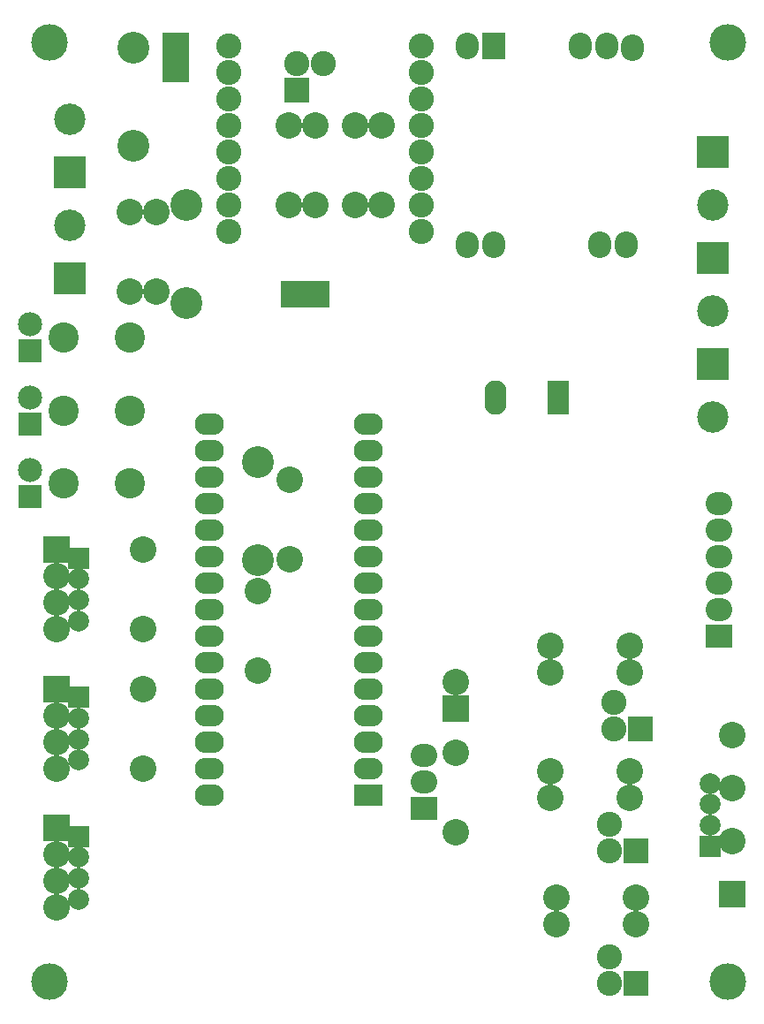
<source format=gts>
G04 #@! TF.FileFunction,Soldermask,Top*
%FSLAX46Y46*%
G04 Gerber Fmt 4.6, Leading zero omitted, Abs format (unit mm)*
G04 Created by KiCad (PCBNEW 4.0.4-stable) date 01/06/17 10:24:34*
%MOMM*%
%LPD*%
G01*
G04 APERTURE LIST*
%ADD10C,0.150000*%
%ADD11C,2.408000*%
%ADD12R,2.794000X2.082800*%
%ADD13O,2.794000X2.082800*%
%ADD14C,3.508000*%
%ADD15O,2.235200X2.540000*%
%ADD16R,2.235200X2.540000*%
%ADD17C,2.540000*%
%ADD18R,2.540000X2.540000*%
%ADD19C,3.048000*%
%ADD20R,3.007360X3.007360*%
%ADD21C,3.007360*%
%ADD22R,2.540000X2.235200*%
%ADD23O,2.540000X2.235200*%
%ADD24R,2.008000X2.008000*%
%ADD25C,2.008000*%
%ADD26C,2.908300*%
%ADD27R,2.308860X2.308860*%
%ADD28C,2.308860*%
%ADD29R,2.108000X3.308000*%
%ADD30O,2.108000X3.308000*%
%ADD31R,2.413000X2.413000*%
%ADD32C,2.413000*%
G04 APERTURE END LIST*
D10*
D11*
X40640000Y76835000D03*
X40640000Y79375000D03*
X40640000Y81915000D03*
X40640000Y84455000D03*
X40640000Y86995000D03*
X40640000Y89535000D03*
X40640000Y92075000D03*
X40640000Y94615000D03*
X22225000Y94615000D03*
X22225000Y92075000D03*
X22225000Y89535000D03*
X22225000Y86995000D03*
X22225000Y84455000D03*
X22225000Y81915000D03*
X22225000Y79375000D03*
X22225000Y76835000D03*
D12*
X35560000Y22860000D03*
D13*
X35560000Y25400000D03*
X35560000Y27940000D03*
X35560000Y30480000D03*
X35560000Y33020000D03*
X35560000Y35560000D03*
X35560000Y38100000D03*
X35560000Y40640000D03*
X35560000Y43180000D03*
X35560000Y45720000D03*
X35560000Y48260000D03*
X35560000Y50800000D03*
X35560000Y53340000D03*
X35560000Y55880000D03*
X35560000Y58420000D03*
X20320000Y58420000D03*
X20320000Y55880000D03*
X20320000Y53340000D03*
X20320000Y50800000D03*
X20320000Y48260000D03*
X20320000Y45720000D03*
X20320000Y43180000D03*
X20320000Y40640000D03*
X20320000Y38100000D03*
X20320000Y35560000D03*
X20320000Y33020000D03*
X20320000Y30480000D03*
X20320000Y27940000D03*
X20320000Y25400000D03*
X20320000Y22860000D03*
D14*
X70000000Y95000000D03*
X5000000Y95000000D03*
X5000000Y5000000D03*
X70000000Y5000000D03*
D15*
X58420000Y94615000D03*
D16*
X47625000Y94615000D03*
D15*
X60880000Y94455000D03*
X55880000Y94615000D03*
X45085000Y94615000D03*
X60325000Y75565000D03*
X57785000Y75565000D03*
X47625000Y75565000D03*
X45085000Y75565000D03*
D17*
X43942000Y33655000D03*
D18*
X43942000Y31115000D03*
D19*
X13081000Y85090000D03*
X13081000Y94488000D03*
X18161000Y79375000D03*
X18161000Y69977000D03*
X25019000Y45339000D03*
X25019000Y54737000D03*
D20*
X6985000Y72390000D03*
D21*
X6985000Y77470000D03*
D20*
X68580000Y84455000D03*
D21*
X68580000Y79375000D03*
D18*
X17145000Y94615000D03*
X17145000Y92456000D03*
D22*
X40894000Y21590000D03*
D23*
X40894000Y24130000D03*
X40894000Y26670000D03*
D18*
X70485000Y13335000D03*
D17*
X70485000Y18415000D03*
X70485000Y23495000D03*
X70485000Y28575000D03*
D24*
X68374000Y17955000D03*
D25*
X68374000Y19955000D03*
X68374000Y21955000D03*
X68374000Y23955000D03*
D20*
X68580000Y64135000D03*
D21*
X68580000Y59055000D03*
D20*
X68580000Y74295000D03*
D21*
X68580000Y69215000D03*
D20*
X6985000Y82550000D03*
D21*
X6985000Y87630000D03*
D17*
X43942000Y26924000D03*
X43942000Y19304000D03*
X12700000Y78740000D03*
X12700000Y71120000D03*
X13970000Y33020000D03*
X13970000Y25400000D03*
X15240000Y78740000D03*
X15240000Y71120000D03*
X13970000Y46355000D03*
X13970000Y38735000D03*
X25019000Y34798000D03*
X25019000Y42418000D03*
X28067000Y45466000D03*
X28067000Y53086000D03*
X30480000Y86995000D03*
X30480000Y79375000D03*
X34290000Y86995000D03*
X34290000Y79375000D03*
X36830000Y86995000D03*
X36830000Y79375000D03*
X27940000Y86995000D03*
X27940000Y79375000D03*
X53022500Y37147500D03*
X60642500Y37147500D03*
X60642500Y34607500D03*
X53022500Y34607500D03*
X53022500Y25082500D03*
X60642500Y25082500D03*
X60642500Y22542500D03*
X53022500Y22542500D03*
X53657500Y13017500D03*
X61277500Y13017500D03*
X61277500Y10477500D03*
X53657500Y10477500D03*
D26*
X6350000Y66675000D03*
X12700000Y66675000D03*
X6350000Y59690000D03*
X12700000Y59690000D03*
X6350000Y52705000D03*
X12700000Y52705000D03*
D27*
X3175000Y65405000D03*
D28*
X3175000Y67945000D03*
D27*
X3175000Y58420000D03*
D28*
X3175000Y60960000D03*
D27*
X3175000Y51435000D03*
D28*
X3175000Y53975000D03*
D18*
X5715000Y19685000D03*
D17*
X5715000Y17145000D03*
X5715000Y14605000D03*
X5715000Y12065000D03*
D24*
X7826000Y18875000D03*
D25*
X7826000Y16875000D03*
X7826000Y14875000D03*
X7826000Y12875000D03*
D18*
X5715000Y46355000D03*
D17*
X5715000Y43815000D03*
X5715000Y41275000D03*
X5715000Y38735000D03*
D24*
X7826000Y45545000D03*
D25*
X7826000Y43545000D03*
X7826000Y41545000D03*
X7826000Y39545000D03*
D18*
X5715000Y33020000D03*
D17*
X5715000Y30480000D03*
X5715000Y27940000D03*
X5715000Y25400000D03*
D24*
X7826000Y32210000D03*
D25*
X7826000Y30210000D03*
X7826000Y28210000D03*
X7826000Y26210000D03*
D29*
X53800000Y60960000D03*
D30*
X47800000Y60960000D03*
D22*
X69215000Y38100000D03*
D23*
X69215000Y40640000D03*
X69215000Y43180000D03*
X69215000Y45720000D03*
X69215000Y48260000D03*
X69215000Y50800000D03*
D31*
X61277500Y4762500D03*
D32*
X58737500Y7302500D03*
X58737500Y4762500D03*
D31*
X61277500Y17462500D03*
D32*
X58737500Y20002500D03*
X58737500Y17462500D03*
D31*
X61658500Y29146500D03*
D32*
X59118500Y31686500D03*
X59118500Y29146500D03*
D31*
X28702000Y90424000D03*
D32*
X31242000Y92964000D03*
X28702000Y92964000D03*
D18*
X28448000Y70866000D03*
X30607000Y70866000D03*
M02*

</source>
